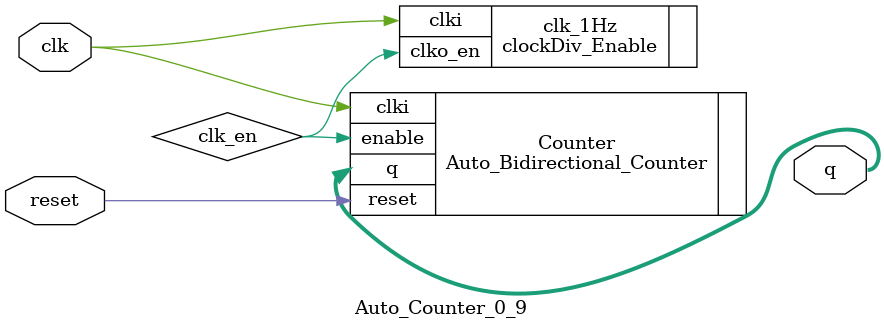
<source format=v>
`timescale 1ns / 1ps
module Auto_Counter_0_9(
    input wire clk,
    input wire reset,
    output wire [3:0] q
);
    wire clk_en;
    
    // Clock divider tạo enable signal
    clockDiv_Enable clk_1Hz (.clki(clk), .clko_en(clk_en));
    
    // Auto
    Auto_Bidirectional_Counter Counter (
        .clki(clk), 
        .reset(reset), 
        .enable(clk_en), 
        .q(q)
    );
endmodule


</source>
